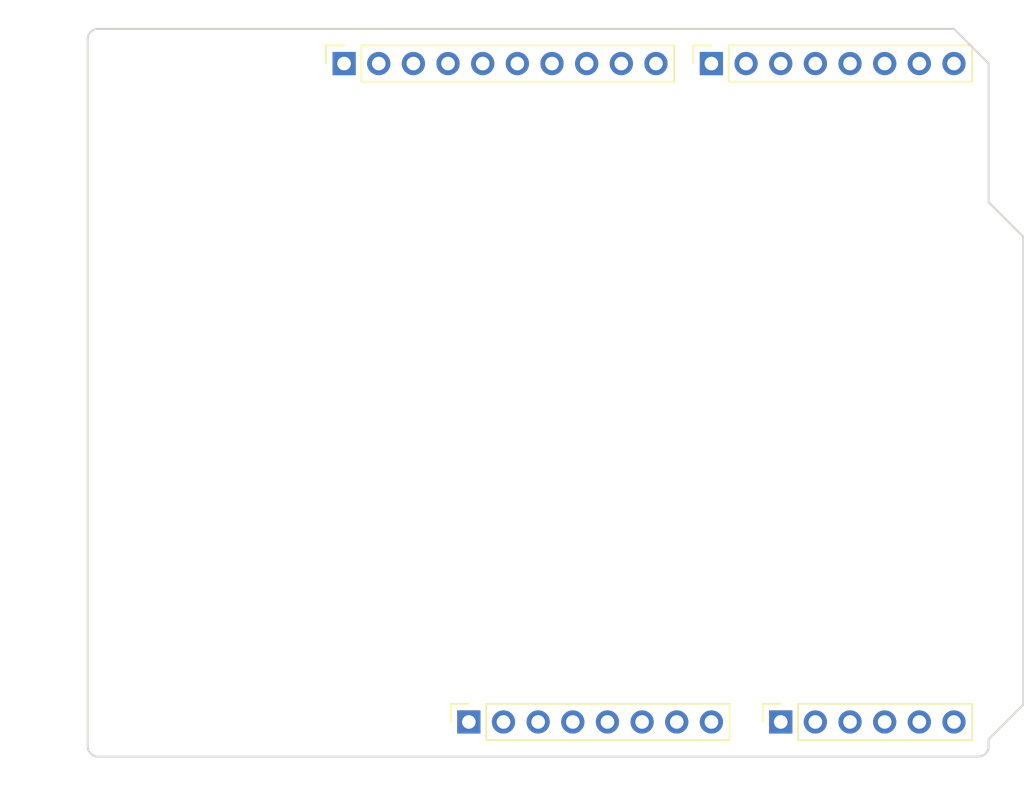
<source format=kicad_pcb>
(kicad_pcb (version 20211014) (generator pcbnew)
  (title_block (date "mar. 31 mars 2015"))
  (layers (0 "F.Cu" signal) (31 "B.Cu" signal) (34 "B.Paste" user) (35 "F.Paste" user) (36 "B.SilkS" user "B.Silkscreen") (37 "F.SilkS" user "F.Silkscreen") (38 "B.Mask" user) (39 "F.Mask" user) (44 "Edge.Cuts" user))
  (net 0 "")
  (net 1 "GND")
  (net 3 "+5V")
  (net 4 "/IOREF")
  (net 5 "/A0")
  (net 6 "/A1")
  (net 7 "/A2")
  (net 8 "/A3")
  (net 9 "/SDA{slash}A4")
  (net 10 "/SCL{slash}A5")
  (net 11 "/13")
  (net 12 "/12")
  (net 13 "/AREF")
  (net 14 "/8")
  (net 15 "/7")
  (net 16 "/*11")
  (net 17 "/*10")
  (net 18 "/*9")
  (net 19 "/4")
  (net 20 "/2")
  (net 21 "/*6")
  (net 22 "/*5")
  (net 23 "/TX{slash}1")
  (net 24 "/*3")
  (net 25 "/RX{slash}0")
  (net 26 "+3V3")
  (net 27 "VCC")
  (net 28 "/~{RESET}")
  (footprint "Connector_PinSocket_2.54mm:PinSocket_1x08_P2.54mm_Vertical" (layer "F.Cu") (at 127.94 97.46 90)
    (fp_text reference "J1" hide)
    (fp_text value "Power")
    (fp_line (start -1.33 19.11) (end 1.33 19.11) (layer "F.SilkS") (width 0.12))
    (fp_line (start 1.33 1.27) (end 1.33 19.11) (layer "F.SilkS") (width 0.12))
    (fp_line (start -1.33 1.27) (end 1.33 1.27) (layer "F.SilkS") (width 0.12))
    (fp_line (start 0 -1.33) (end 1.33 -1.33) (layer "F.SilkS") (width 0.12))
    (fp_line (start 1.33 -1.33) (end 1.33 0) (layer "F.SilkS") (width 0.12))
    (fp_line (start -1.33 1.27) (end -1.33 19.11) (layer "F.SilkS") (width 0.12))
    (pad "1" thru_hole rect locked (at 0 0 90) (size 1.7 1.7) (drill 1) (layers *.Cu *.Mask))
    (pad "2" thru_hole oval locked (at 0 2.54 90) (size 1.7 1.7) (drill 1) (layers *.Cu *.Mask) (net 4 "/IOREF"))
    (pad "3" thru_hole oval locked (at 0 5.08 90) (size 1.7 1.7) (drill 1) (layers *.Cu *.Mask) (net 28 "/~{RESET}"))
    (pad "4" thru_hole oval locked (at 0 7.62 90) (size 1.7 1.7) (drill 1) (layers *.Cu *.Mask) (net 26 "+3V3"))
    (pad "5" thru_hole oval locked (at 0 10.16 90) (size 1.7 1.7) (drill 1) (layers *.Cu *.Mask) (net 3 "+5V"))
    (pad "6" thru_hole oval locked (at 0 12.7 90) (size 1.7 1.7) (drill 1) (layers *.Cu *.Mask) (net 1 "GND"))
    (pad "7" thru_hole oval locked (at 0 15.24 90) (size 1.7 1.7) (drill 1) (layers *.Cu *.Mask) (net 1 "GND"))
    (pad "8" thru_hole oval locked (at 0 17.78 90) (size 1.7 1.7) (drill 1) (layers *.Cu *.Mask) (net 27 "VCC"))
  )
  (footprint "Connector_PinSocket_2.54mm:PinSocket_1x06_P2.54mm_Vertical" (layer "F.Cu") (at 150.8 97.46 90)
    (fp_text reference "J3" hide)
    (fp_text value "Analog")
    (fp_line (start 1.33 1.27) (end 1.33 14.03) (layer "F.SilkS") (width 0.12))
    (fp_line (start 0 -1.33) (end 1.33 -1.33) (layer "F.SilkS") (width 0.12))
    (fp_line (start -1.33 1.27) (end 1.33 1.27) (layer "F.SilkS") (width 0.12))
    (fp_line (start -1.33 1.27) (end -1.33 14.03) (layer "F.SilkS") (width 0.12))
    (fp_line (start -1.33 14.03) (end 1.33 14.03) (layer "F.SilkS") (width 0.12))
    (fp_line (start 1.33 -1.33) (end 1.33 0) (layer "F.SilkS") (width 0.12))
    (pad "1" thru_hole rect locked (at 0 0 90) (size 1.7 1.7) (drill 1) (layers *.Cu *.Mask) (net 5 "/A0"))
    (pad "2" thru_hole oval locked (at 0 2.54 90) (size 1.7 1.7) (drill 1) (layers *.Cu *.Mask) (net 6 "/A1"))
    (pad "3" thru_hole oval locked (at 0 5.08 90) (size 1.7 1.7) (drill 1) (layers *.Cu *.Mask) (net 7 "/A2"))
    (pad "4" thru_hole oval locked (at 0 7.62 90) (size 1.7 1.7) (drill 1) (layers *.Cu *.Mask) (net 8 "/A3"))
    (pad "5" thru_hole oval locked (at 0 10.16 90) (size 1.7 1.7) (drill 1) (layers *.Cu *.Mask) (net 9 "/SDA{slash}A4"))
    (pad "6" thru_hole oval locked (at 0 12.7 90) (size 1.7 1.7) (drill 1) (layers *.Cu *.Mask) (net 10 "/SCL{slash}A5"))
  )
  (footprint "Connector_PinSocket_2.54mm:PinSocket_1x10_P2.54mm_Vertical" (layer "F.Cu") (at 118.796 49.2 90)
    (fp_text reference "J2" hide)
    (fp_text value "Digital/PWM")
    (fp_line (start -1.33 24.19) (end 1.33 24.19) (layer "F.SilkS") (width 0.12))
    (fp_line (start -1.33 1.27) (end -1.33 24.19) (layer "F.SilkS") (width 0.12))
    (fp_line (start 1.33 -1.33) (end 1.33 0) (layer "F.SilkS") (width 0.12))
    (fp_line (start 0 -1.33) (end 1.33 -1.33) (layer "F.SilkS") (width 0.12))
    (fp_line (start 1.33 1.27) (end 1.33 24.19) (layer "F.SilkS") (width 0.12))
    (fp_line (start -1.33 1.27) (end 1.33 1.27) (layer "F.SilkS") (width 0.12))
    (pad "1" thru_hole rect locked (at 0 0 90) (size 1.7 1.7) (drill 1) (layers *.Cu *.Mask) (net 10 "/SCL{slash}A5"))
    (pad "2" thru_hole oval locked (at 0 2.54 90) (size 1.7 1.7) (drill 1) (layers *.Cu *.Mask) (net 9 "/SDA{slash}A4"))
    (pad "3" thru_hole oval locked (at 0 5.08 90) (size 1.7 1.7) (drill 1) (layers *.Cu *.Mask) (net 13 "/AREF"))
    (pad "4" thru_hole oval locked (at 0 7.62 90) (size 1.7 1.7) (drill 1) (layers *.Cu *.Mask) (net 1 "GND"))
    (pad "5" thru_hole oval locked (at 0 10.16 90) (size 1.7 1.7) (drill 1) (layers *.Cu *.Mask) (net 11 "/13"))
    (pad "6" thru_hole oval locked (at 0 12.7 90) (size 1.7 1.7) (drill 1) (layers *.Cu *.Mask) (net 12 "/12"))
    (pad "7" thru_hole oval locked (at 0 15.24 90) (size 1.7 1.7) (drill 1) (layers *.Cu *.Mask) (net 16 "/*11"))
    (pad "8" thru_hole oval locked (at 0 17.78 90) (size 1.7 1.7) (drill 1) (layers *.Cu *.Mask) (net 17 "/*10"))
    (pad "9" thru_hole oval locked (at 0 20.32 90) (size 1.7 1.7) (drill 1) (layers *.Cu *.Mask) (net 18 "/*9"))
    (pad "10" thru_hole oval locked (at 0 22.86 90) (size 1.7 1.7) (drill 1) (layers *.Cu *.Mask) (net 14 "/8"))
  )
  (footprint "Connector_PinSocket_2.54mm:PinSocket_1x08_P2.54mm_Vertical" (layer "F.Cu") (at 145.72 49.2 90)
    (fp_text reference "J4" hide)
    (fp_text value "Digital/PWM")
    (fp_line (start -1.33 19.11) (end 1.33 19.11) (layer "F.SilkS") (width 0.12))
    (fp_line (start -1.33 1.27) (end -1.33 19.11) (layer "F.SilkS") (width 0.12))
    (fp_line (start 0 -1.33) (end 1.33 -1.33) (layer "F.SilkS") (width 0.12))
    (fp_line (start -1.33 1.27) (end 1.33 1.27) (layer "F.SilkS") (width 0.12))
    (fp_line (start 1.33 -1.33) (end 1.33 0) (layer "F.SilkS") (width 0.12))
    (fp_line (start 1.33 1.27) (end 1.33 19.11) (layer "F.SilkS") (width 0.12))
    (pad "1" thru_hole rect locked (at 0 0 90) (size 1.7 1.7) (drill 1) (layers *.Cu *.Mask) (net 15 "/7"))
    (pad "2" thru_hole oval locked (at 0 2.54 90) (size 1.7 1.7) (drill 1) (layers *.Cu *.Mask) (net 21 "/*6"))
    (pad "3" thru_hole oval locked (at 0 5.08 90) (size 1.7 1.7) (drill 1) (layers *.Cu *.Mask) (net 22 "/*5"))
    (pad "4" thru_hole oval locked (at 0 7.62 90) (size 1.7 1.7) (drill 1) (layers *.Cu *.Mask) (net 19 "/4"))
    (pad "5" thru_hole oval locked (at 0 10.16 90) (size 1.7 1.7) (drill 1) (layers *.Cu *.Mask) (net 24 "/*3"))
    (pad "6" thru_hole oval locked (at 0 12.7 90) (size 1.7 1.7) (drill 1) (layers *.Cu *.Mask) (net 20 "/2"))
    (pad "7" thru_hole oval locked (at 0 15.24 90) (size 1.7 1.7) (drill 1) (layers *.Cu *.Mask) (net 23 "/TX{slash}1"))
    (pad "8" thru_hole oval locked (at 0 17.78 90) (size 1.7 1.7) (drill 1) (layers *.Cu *.Mask) (net 25 "/RX{slash}0"))
  )
  (footprint "Arduino_MountingHole:MountingHole_3.2mm" (layer "F.Cu") (at 115.24 49.2)
    (fp_text reference "MH1" hide)
    (fp_text value "MountingHole_3.2mm" hide)
    (pad "" np_thru_hole circle locked (at 0 0) (size 3.2 3.2) (drill 3.2) (layers *.Cu *.Mask))
  )
  (footprint "Arduino_MountingHole:MountingHole_3.2mm" (layer "F.Cu") (at 113.97 97.46)
    (fp_text reference "MH2" hide)
    (fp_text value "MountingHole_3.2mm" hide)
    (pad "" np_thru_hole circle locked (at 0 0) (size 3.2 3.2) (drill 3.2) (layers *.Cu *.Mask))
  )
  (footprint "Arduino_MountingHole:MountingHole_3.2mm" (layer "F.Cu") (at 166.04 64.44)
    (fp_text reference "MH3" hide)
    (fp_text value "MountingHole_3.2mm" hide)
    (pad "" np_thru_hole circle locked (at 0 0) (size 3.2 3.2) (drill 3.2) (layers *.Cu *.Mask))
  )
  (footprint "Arduino_MountingHole:MountingHole_3.2mm" (layer "F.Cu") (at 166.04 92.38)
    (fp_text reference "MH4" hide)
    (fp_text value "MountingHole_3.2mm" hide)
    (pad "" np_thru_hole circle locked (at 0 0) (size 3.2 3.2) (drill 3.2) (layers *.Cu *.Mask))
  )
  (gr_line (start 166.04 59.36) (end 168.58 61.9) (layer "Edge.Cuts") (width 0.15))
  (gr_line (start 100 99.238) (end 100 47.422) (layer "Edge.Cuts") (width 0.15))
  (gr_line (start 168.58 61.9) (end 168.58 96.19) (layer "Edge.Cuts") (width 0.15))
  (gr_line (start 165.278 100) (end 100.762 100) (layer "Edge.Cuts") (width 0.15))
  (gr_line (start 100.762 46.66) (end 163.5 46.66) (layer "Edge.Cuts") (width 0.15))
  (gr_arc (start 100.762 100) (mid 100.223185 99.776815) (end 100 99.238) (layer "Edge.Cuts") (width 0.15))
  (gr_line (start 168.58 96.19) (end 166.04 98.73) (layer "Edge.Cuts") (width 0.15))
  (gr_line (start 163.5 46.66) (end 166.04 49.2) (layer "Edge.Cuts") (width 0.15))
  (gr_arc (start 166.04 99.238) (mid 165.816815 99.776815) (end 165.278 100) (layer "Edge.Cuts") (width 0.15))
  (gr_line (start 166.04 49.2) (end 166.04 59.36) (layer "Edge.Cuts") (width 0.15))
  (gr_line (start 166.04 98.73) (end 166.04 99.238) (layer "Edge.Cuts") (width 0.15))
  (gr_arc (start 100 47.422) (mid 100.223185 46.883185) (end 100.762 46.66) (layer "Edge.Cuts") (width 0.15))
)
</source>
